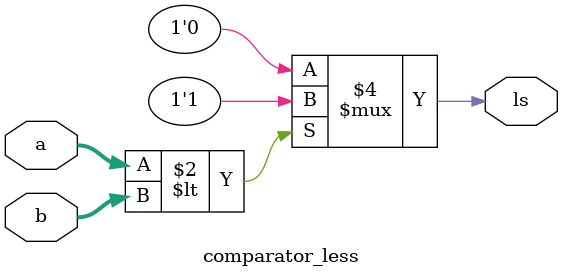
<source format=v>
module comparator_less(
    input [31:0] a,
    input [31:0] b,
    output reg ls
);

    always @(*) begin
         if (a < b) begin
            ls = 1;
         end else begin
            ls = 0;
	 end
	 end

endmodule

</source>
